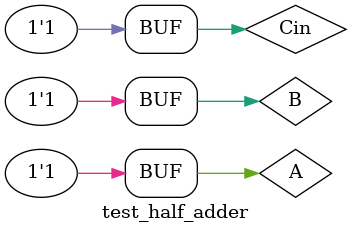
<source format=v>
`timescale 1ns / 1ps


module test_half_adder;

	// Inputs
	reg A;
	reg B;
	reg Cin;

	// Outputs
	wire S;
	wire Cout;

	// Instantiate the Unit Under Test (UUT)
	full_adder uut (
		.A(A), 
		.B(B), 
		.Cin(Cin), 
		.S(S), 
		.Cout(Cout)
	);

	initial begin
		// Initialize Inputs
		A = 0;
		B = 0;
		Cin = 0;

		#100;
		
		A = 0;
		B = 1;
		Cin = 0;

		#100;
		
		A = 0;
		B = 0;
		Cin = 1;

		#100;
		
		A = 1;
		B = 1;
		Cin = 0;

		#100;
		
		A = 1;
		B = 0;
		Cin = 1;

		#100;
		
		A = 1;
		B = 1;
		Cin = 1;

		#100;
        
		// Add stimulus here

	end
      
endmodule


</source>
